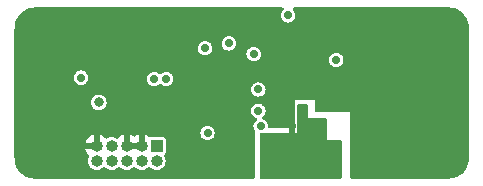
<source format=gbr>
%TF.GenerationSoftware,KiCad,Pcbnew,(6.0.1)*%
%TF.CreationDate,2023-01-10T16:42:07+03:00*%
%TF.ProjectId,STM32RF,53544d33-3252-4462-9e6b-696361645f70,0.1v*%
%TF.SameCoordinates,Original*%
%TF.FileFunction,Copper,L2,Inr*%
%TF.FilePolarity,Positive*%
%FSLAX46Y46*%
G04 Gerber Fmt 4.6, Leading zero omitted, Abs format (unit mm)*
G04 Created by KiCad (PCBNEW (6.0.1)) date 2023-01-10 16:42:07*
%MOMM*%
%LPD*%
G01*
G04 APERTURE LIST*
%TA.AperFunction,ComponentPad*%
%ADD10R,1.000000X1.000000*%
%TD*%
%TA.AperFunction,ComponentPad*%
%ADD11O,1.000000X1.000000*%
%TD*%
%TA.AperFunction,ViaPad*%
%ADD12C,0.800000*%
%TD*%
%TA.AperFunction,ViaPad*%
%ADD13C,0.700000*%
%TD*%
%TA.AperFunction,Conductor*%
%ADD14C,0.500000*%
%TD*%
G04 APERTURE END LIST*
D10*
%TO.N,+3V3*%
%TO.C,J3*%
X43200000Y-34200000D03*
D11*
%TO.N,SWDIO*%
X43200000Y-35470000D03*
%TO.N,GND*%
X41930000Y-34200000D03*
%TO.N,SWCLK*%
X41930000Y-35470000D03*
%TO.N,GND*%
X40660000Y-34200000D03*
%TO.N,unconnected-(J3-Pad6)*%
X40660000Y-35470000D03*
%TO.N,unconnected-(J3-Pad7)*%
X39390000Y-34200000D03*
%TO.N,unconnected-(J3-Pad8)*%
X39390000Y-35470000D03*
%TO.N,GND*%
X38120000Y-34200000D03*
%TO.N,NRST*%
X38120000Y-35470000D03*
%TD*%
D12*
%TO.N,+5V*%
X38300000Y-30500000D03*
D13*
%TO.N,+3V3*%
X47500000Y-33100000D03*
%TO.N,GND*%
X69300000Y-34400000D03*
X67387736Y-36199999D03*
X65400000Y-36200000D03*
X63000000Y-36200000D03*
X60200000Y-36200000D03*
X60200000Y-34300000D03*
X60200000Y-32200000D03*
X69200000Y-25000000D03*
X67400000Y-23000000D03*
X65400000Y-23000000D03*
X63000000Y-23000000D03*
X60200000Y-23000000D03*
X60200000Y-25000000D03*
D12*
X58000000Y-28200000D03*
D13*
X52700000Y-33500000D03*
X33700000Y-36300000D03*
X37850000Y-28750000D03*
X51000000Y-27200000D03*
X48000000Y-29400000D03*
X48000000Y-28300000D03*
X55400000Y-29600000D03*
X58200000Y-36200000D03*
X66100000Y-33800000D03*
X38000000Y-32700000D03*
X53320000Y-25120000D03*
X55400000Y-28600000D03*
X64300000Y-27200000D03*
X45612500Y-32087500D03*
X44600000Y-26300000D03*
X60200000Y-27700000D03*
X68400000Y-33800000D03*
X54200000Y-28600000D03*
X37000000Y-32700000D03*
X63200000Y-31900000D03*
X55875000Y-23225000D03*
X40500000Y-30500000D03*
X58300000Y-24200000D03*
X40700000Y-27100000D03*
X66100000Y-25600000D03*
X53000000Y-22800000D03*
X51800000Y-23900000D03*
X57200000Y-24200000D03*
X54200000Y-29600000D03*
X51900000Y-22800000D03*
X48000000Y-30500000D03*
X63200000Y-30900000D03*
X42200000Y-24700000D03*
X67900000Y-25600000D03*
X39400000Y-32700000D03*
X67000000Y-25600000D03*
X36800000Y-31800000D03*
X54660000Y-32500000D03*
X67400000Y-33800000D03*
X40800000Y-28100000D03*
X52900000Y-24100000D03*
%TO.N,+3V3*%
X47300000Y-25900000D03*
X54325000Y-23125000D03*
X44000000Y-28500000D03*
X52000000Y-32500000D03*
X58400000Y-26900000D03*
X51400000Y-26400000D03*
X43000000Y-28500000D03*
%TO.N,NRST*%
X49300000Y-25500000D03*
%TO.N,+5V*%
X36800000Y-28400000D03*
%TO.N,SPI3_SCK*%
X51800000Y-29400000D03*
X51800000Y-31200000D03*
%TD*%
D14*
%TO.N,GND*%
X54660000Y-32500000D02*
X54660000Y-33640000D01*
%TD*%
%TA.AperFunction,Conductor*%
%TO.N,GND*%
G36*
X55942121Y-30620002D02*
G01*
X55988614Y-30673658D01*
X56000000Y-30726000D01*
X56000000Y-31800000D01*
X57474000Y-31800000D01*
X57542121Y-31820002D01*
X57588614Y-31873658D01*
X57600000Y-31926000D01*
X57600000Y-33700000D01*
X58774000Y-33700000D01*
X58842121Y-33720002D01*
X58888614Y-33773658D01*
X58900000Y-33826000D01*
X58900000Y-36820000D01*
X58879998Y-36888121D01*
X58826342Y-36934614D01*
X58774000Y-36946000D01*
X52026000Y-36946000D01*
X51957879Y-36925998D01*
X51911386Y-36872342D01*
X51900000Y-36820000D01*
X51900000Y-33233380D01*
X51920002Y-33165259D01*
X51973658Y-33118766D01*
X52009553Y-33108458D01*
X52037243Y-33104813D01*
X52065612Y-33101078D01*
X52082058Y-33100000D01*
X55100000Y-33100000D01*
X55100000Y-30726000D01*
X55120002Y-30657879D01*
X55173658Y-30611386D01*
X55226000Y-30600000D01*
X55874000Y-30600000D01*
X55942121Y-30620002D01*
G37*
%TD.AperFunction*%
%TD*%
%TA.AperFunction,Conductor*%
%TO.N,GND*%
G36*
X53903403Y-22474002D02*
G01*
X53949896Y-22527658D01*
X53960000Y-22597932D01*
X53930506Y-22662512D01*
X53911987Y-22679961D01*
X53893866Y-22693866D01*
X53796970Y-22820142D01*
X53793810Y-22827772D01*
X53793809Y-22827773D01*
X53739219Y-22959566D01*
X53739218Y-22959570D01*
X53736060Y-22967194D01*
X53715284Y-23125000D01*
X53736060Y-23282806D01*
X53739218Y-23290430D01*
X53739219Y-23290434D01*
X53784296Y-23399260D01*
X53796970Y-23429858D01*
X53893866Y-23556134D01*
X54020142Y-23653030D01*
X54027772Y-23656190D01*
X54027773Y-23656191D01*
X54159566Y-23710781D01*
X54159570Y-23710782D01*
X54167194Y-23713940D01*
X54325000Y-23734716D01*
X54482806Y-23713940D01*
X54490430Y-23710782D01*
X54490434Y-23710781D01*
X54622227Y-23656191D01*
X54622228Y-23656190D01*
X54629858Y-23653030D01*
X54756134Y-23556134D01*
X54853030Y-23429858D01*
X54865704Y-23399260D01*
X54910781Y-23290434D01*
X54910782Y-23290430D01*
X54913940Y-23282806D01*
X54934716Y-23125000D01*
X54913940Y-22967194D01*
X54910782Y-22959570D01*
X54910781Y-22959566D01*
X54856191Y-22827773D01*
X54856190Y-22827772D01*
X54853030Y-22820142D01*
X54756134Y-22693866D01*
X54738014Y-22679962D01*
X54696147Y-22622624D01*
X54691925Y-22551753D01*
X54726689Y-22489851D01*
X54789402Y-22456569D01*
X54814718Y-22454000D01*
X67862575Y-22454000D01*
X67887153Y-22456421D01*
X67900000Y-22458976D01*
X67912171Y-22456555D01*
X67924581Y-22456555D01*
X67924581Y-22457198D01*
X67935326Y-22456527D01*
X68139491Y-22471129D01*
X68157285Y-22473687D01*
X68383101Y-22522810D01*
X68400350Y-22527875D01*
X68422295Y-22536060D01*
X68616877Y-22608635D01*
X68633226Y-22616102D01*
X68836049Y-22726852D01*
X68851173Y-22736571D01*
X69036176Y-22875063D01*
X69049762Y-22886836D01*
X69213164Y-23050238D01*
X69224937Y-23063824D01*
X69363429Y-23248827D01*
X69373148Y-23263951D01*
X69483898Y-23466774D01*
X69491367Y-23483127D01*
X69572125Y-23699650D01*
X69577190Y-23716899D01*
X69626313Y-23942715D01*
X69628871Y-23960509D01*
X69643473Y-24164674D01*
X69642802Y-24175419D01*
X69643445Y-24175419D01*
X69643445Y-24187829D01*
X69641024Y-24200000D01*
X69643445Y-24212170D01*
X69643579Y-24212844D01*
X69646000Y-24237425D01*
X69646000Y-35162575D01*
X69643579Y-35187153D01*
X69641024Y-35200000D01*
X69643445Y-35212171D01*
X69643445Y-35224581D01*
X69642802Y-35224581D01*
X69643473Y-35235326D01*
X69628871Y-35439491D01*
X69626313Y-35457285D01*
X69577190Y-35683101D01*
X69572125Y-35700350D01*
X69491367Y-35916873D01*
X69483898Y-35933226D01*
X69373148Y-36136049D01*
X69363431Y-36151170D01*
X69321847Y-36206720D01*
X69224937Y-36336176D01*
X69213164Y-36349762D01*
X69049762Y-36513164D01*
X69036176Y-36524937D01*
X68851173Y-36663429D01*
X68836049Y-36673148D01*
X68633226Y-36783898D01*
X68616877Y-36791365D01*
X68540104Y-36820000D01*
X68400350Y-36872125D01*
X68383101Y-36877190D01*
X68157285Y-36926313D01*
X68139491Y-36928871D01*
X67935326Y-36943473D01*
X67924581Y-36942802D01*
X67924581Y-36943445D01*
X67912171Y-36943445D01*
X67900000Y-36941024D01*
X67887153Y-36943579D01*
X67862575Y-36946000D01*
X59726000Y-36946000D01*
X59657879Y-36925998D01*
X59611386Y-36872342D01*
X59600000Y-36820000D01*
X59600000Y-31300000D01*
X56726000Y-31300000D01*
X56657879Y-31279998D01*
X56611386Y-31226342D01*
X56600000Y-31174000D01*
X56600000Y-30300000D01*
X54900000Y-30300000D01*
X54900000Y-32574000D01*
X54879998Y-32642121D01*
X54826342Y-32688614D01*
X54774000Y-32700000D01*
X52727061Y-32700000D01*
X52658940Y-32679998D01*
X52612447Y-32626342D01*
X52602139Y-32557554D01*
X52608638Y-32508189D01*
X52608638Y-32508188D01*
X52609716Y-32500000D01*
X52588940Y-32342194D01*
X52585782Y-32334570D01*
X52585781Y-32334566D01*
X52531191Y-32202773D01*
X52531190Y-32202772D01*
X52528030Y-32195142D01*
X52431134Y-32068866D01*
X52304858Y-31971970D01*
X52170138Y-31916168D01*
X52114856Y-31871620D01*
X52092435Y-31804257D01*
X52109993Y-31735466D01*
X52141650Y-31699798D01*
X52231134Y-31631134D01*
X52328030Y-31504858D01*
X52331191Y-31497227D01*
X52385781Y-31365434D01*
X52385782Y-31365430D01*
X52388940Y-31357806D01*
X52409716Y-31200000D01*
X52388940Y-31042194D01*
X52385782Y-31034570D01*
X52385781Y-31034566D01*
X52331191Y-30902773D01*
X52331190Y-30902772D01*
X52328030Y-30895142D01*
X52231134Y-30768866D01*
X52104858Y-30671970D01*
X52070373Y-30657686D01*
X51965434Y-30614219D01*
X51965430Y-30614218D01*
X51957806Y-30611060D01*
X51800000Y-30590284D01*
X51642194Y-30611060D01*
X51634570Y-30614218D01*
X51634566Y-30614219D01*
X51529627Y-30657686D01*
X51495142Y-30671970D01*
X51368866Y-30768866D01*
X51271970Y-30895142D01*
X51268810Y-30902772D01*
X51268809Y-30902773D01*
X51214219Y-31034566D01*
X51214218Y-31034570D01*
X51211060Y-31042194D01*
X51190284Y-31200000D01*
X51211060Y-31357806D01*
X51214218Y-31365430D01*
X51214219Y-31365434D01*
X51268809Y-31497227D01*
X51271970Y-31504858D01*
X51368866Y-31631134D01*
X51495142Y-31728030D01*
X51502772Y-31731190D01*
X51502773Y-31731191D01*
X51629862Y-31783832D01*
X51685144Y-31828380D01*
X51707565Y-31895743D01*
X51690007Y-31964534D01*
X51658350Y-32000202D01*
X51568866Y-32068866D01*
X51471970Y-32195142D01*
X51468810Y-32202772D01*
X51468809Y-32202773D01*
X51414219Y-32334566D01*
X51414218Y-32334570D01*
X51411060Y-32342194D01*
X51390284Y-32500000D01*
X51411060Y-32657806D01*
X51414218Y-32665430D01*
X51414219Y-32665434D01*
X51468809Y-32797227D01*
X51471970Y-32804858D01*
X51476998Y-32811411D01*
X51481127Y-32818562D01*
X51478780Y-32819917D01*
X51499563Y-32873674D01*
X51500000Y-32884158D01*
X51500000Y-36820000D01*
X51479998Y-36888121D01*
X51426342Y-36934614D01*
X51374000Y-36946000D01*
X32937425Y-36946000D01*
X32912847Y-36943579D01*
X32900000Y-36941024D01*
X32887829Y-36943445D01*
X32875419Y-36943445D01*
X32875419Y-36942802D01*
X32864674Y-36943473D01*
X32660509Y-36928871D01*
X32642715Y-36926313D01*
X32416899Y-36877190D01*
X32399650Y-36872125D01*
X32259896Y-36820000D01*
X32183123Y-36791365D01*
X32166774Y-36783898D01*
X31963951Y-36673148D01*
X31948827Y-36663429D01*
X31763824Y-36524937D01*
X31750238Y-36513164D01*
X31586836Y-36349762D01*
X31575063Y-36336176D01*
X31478153Y-36206720D01*
X31436569Y-36151170D01*
X31426852Y-36136049D01*
X31316102Y-35933226D01*
X31308633Y-35916873D01*
X31227875Y-35700350D01*
X31222810Y-35683101D01*
X31173687Y-35457285D01*
X31171129Y-35439491D01*
X31156527Y-35235326D01*
X31157198Y-35224581D01*
X31156555Y-35224581D01*
X31156555Y-35212171D01*
X31158976Y-35200000D01*
X31156421Y-35187153D01*
X31154000Y-35162575D01*
X31154000Y-34465975D01*
X37147601Y-34465975D01*
X37176552Y-34566941D01*
X37181067Y-34578345D01*
X37265794Y-34743207D01*
X37272435Y-34753512D01*
X37387568Y-34898772D01*
X37396091Y-34907598D01*
X37433947Y-34939816D01*
X37472860Y-34999199D01*
X37473491Y-35070193D01*
X37458195Y-35104026D01*
X37439909Y-35132400D01*
X37437498Y-35139025D01*
X37384425Y-35284840D01*
X37384424Y-35284845D01*
X37382015Y-35291463D01*
X37360800Y-35459399D01*
X37377318Y-35627862D01*
X37430748Y-35788479D01*
X37518435Y-35933267D01*
X37523326Y-35938332D01*
X37523327Y-35938333D01*
X37547062Y-35962911D01*
X37636021Y-36055031D01*
X37777660Y-36147717D01*
X37936315Y-36206720D01*
X37943296Y-36207651D01*
X37943298Y-36207652D01*
X38097118Y-36228176D01*
X38097122Y-36228176D01*
X38104099Y-36229107D01*
X38111110Y-36228469D01*
X38111114Y-36228469D01*
X38265652Y-36214405D01*
X38272673Y-36213766D01*
X38433659Y-36161458D01*
X38579056Y-36074784D01*
X38668712Y-35989406D01*
X38731836Y-35956915D01*
X38802507Y-35963708D01*
X38846240Y-35993126D01*
X38906021Y-36055031D01*
X39047660Y-36147717D01*
X39206315Y-36206720D01*
X39213296Y-36207651D01*
X39213298Y-36207652D01*
X39367118Y-36228176D01*
X39367122Y-36228176D01*
X39374099Y-36229107D01*
X39381110Y-36228469D01*
X39381114Y-36228469D01*
X39535652Y-36214405D01*
X39542673Y-36213766D01*
X39703659Y-36161458D01*
X39849056Y-36074784D01*
X39938712Y-35989406D01*
X40001836Y-35956915D01*
X40072507Y-35963708D01*
X40116240Y-35993126D01*
X40176021Y-36055031D01*
X40317660Y-36147717D01*
X40476315Y-36206720D01*
X40483296Y-36207651D01*
X40483298Y-36207652D01*
X40637118Y-36228176D01*
X40637122Y-36228176D01*
X40644099Y-36229107D01*
X40651110Y-36228469D01*
X40651114Y-36228469D01*
X40805652Y-36214405D01*
X40812673Y-36213766D01*
X40973659Y-36161458D01*
X41119056Y-36074784D01*
X41208712Y-35989406D01*
X41271836Y-35956915D01*
X41342507Y-35963708D01*
X41386240Y-35993126D01*
X41446021Y-36055031D01*
X41587660Y-36147717D01*
X41746315Y-36206720D01*
X41753296Y-36207651D01*
X41753298Y-36207652D01*
X41907118Y-36228176D01*
X41907122Y-36228176D01*
X41914099Y-36229107D01*
X41921110Y-36228469D01*
X41921114Y-36228469D01*
X42075652Y-36214405D01*
X42082673Y-36213766D01*
X42243659Y-36161458D01*
X42389056Y-36074784D01*
X42478712Y-35989406D01*
X42541836Y-35956915D01*
X42612507Y-35963708D01*
X42656240Y-35993126D01*
X42716021Y-36055031D01*
X42857660Y-36147717D01*
X43016315Y-36206720D01*
X43023296Y-36207651D01*
X43023298Y-36207652D01*
X43177118Y-36228176D01*
X43177122Y-36228176D01*
X43184099Y-36229107D01*
X43191110Y-36228469D01*
X43191114Y-36228469D01*
X43345652Y-36214405D01*
X43352673Y-36213766D01*
X43513659Y-36161458D01*
X43659056Y-36074784D01*
X43781638Y-35958052D01*
X43785539Y-35952181D01*
X43871410Y-35822935D01*
X43871411Y-35822933D01*
X43875311Y-35817063D01*
X43935420Y-35658824D01*
X43958978Y-35491200D01*
X43959274Y-35470000D01*
X43940406Y-35301784D01*
X43884738Y-35141929D01*
X43853538Y-35091998D01*
X43835203Y-35062656D01*
X43816067Y-34994286D01*
X43836932Y-34926425D01*
X43872053Y-34891122D01*
X43873168Y-34890377D01*
X43883484Y-34883484D01*
X43939734Y-34799301D01*
X43954500Y-34725067D01*
X43954499Y-33674934D01*
X43945170Y-33628030D01*
X43942156Y-33612874D01*
X43942155Y-33612872D01*
X43939734Y-33600699D01*
X43898341Y-33538750D01*
X43890377Y-33526832D01*
X43883484Y-33516516D01*
X43799301Y-33460266D01*
X43725067Y-33445500D01*
X43200213Y-33445500D01*
X42674934Y-33445501D01*
X42668863Y-33446708D01*
X42662703Y-33447315D01*
X42662475Y-33445003D01*
X42602080Y-33439603D01*
X42567889Y-33419433D01*
X42501145Y-33364217D01*
X42490973Y-33357356D01*
X42327924Y-33269196D01*
X42316619Y-33264444D01*
X42201308Y-33228750D01*
X42187205Y-33228544D01*
X42184000Y-33235299D01*
X42184000Y-34328000D01*
X42163998Y-34396121D01*
X42110342Y-34442614D01*
X42058000Y-34454000D01*
X40532000Y-34454000D01*
X40463879Y-34433998D01*
X40417386Y-34380342D01*
X40406000Y-34328000D01*
X40406000Y-33927885D01*
X40914000Y-33927885D01*
X40918475Y-33943124D01*
X40919865Y-33944329D01*
X40927548Y-33946000D01*
X41657885Y-33946000D01*
X41673124Y-33941525D01*
X41674329Y-33940135D01*
X41676000Y-33932452D01*
X41676000Y-33242076D01*
X41672027Y-33228545D01*
X41664232Y-33227425D01*
X41556479Y-33259138D01*
X41545111Y-33263731D01*
X41380846Y-33349607D01*
X41365426Y-33359697D01*
X41364095Y-33357663D01*
X41308357Y-33380653D01*
X41238508Y-33367943D01*
X41224617Y-33359814D01*
X41220971Y-33357355D01*
X41057924Y-33269196D01*
X41046619Y-33264444D01*
X40931308Y-33228750D01*
X40917205Y-33228544D01*
X40914000Y-33235299D01*
X40914000Y-33927885D01*
X40406000Y-33927885D01*
X40406000Y-33242076D01*
X40402027Y-33228545D01*
X40394232Y-33227425D01*
X40286479Y-33259138D01*
X40275111Y-33263731D01*
X40110846Y-33349607D01*
X40100585Y-33356321D01*
X39956127Y-33472468D01*
X39947368Y-33481046D01*
X39920256Y-33513356D01*
X39861146Y-33552683D01*
X39790158Y-33553809D01*
X39756220Y-33538750D01*
X39737440Y-33526832D01*
X39722844Y-33517569D01*
X39695442Y-33507812D01*
X39570016Y-33463149D01*
X39570011Y-33463148D01*
X39563381Y-33460787D01*
X39556395Y-33459954D01*
X39556391Y-33459953D01*
X39431010Y-33445003D01*
X39395301Y-33440745D01*
X39388298Y-33441481D01*
X39388297Y-33441481D01*
X39233965Y-33457701D01*
X39233961Y-33457702D01*
X39226957Y-33458438D01*
X39220286Y-33460709D01*
X39073387Y-33510717D01*
X39073384Y-33510718D01*
X39066717Y-33512988D01*
X39060714Y-33516681D01*
X39060712Y-33516682D01*
X39023334Y-33539676D01*
X38954833Y-33558334D01*
X38887119Y-33536994D01*
X38859670Y-33511994D01*
X38842603Y-33491067D01*
X38833959Y-33482363D01*
X38691144Y-33364216D01*
X38680973Y-33357356D01*
X38517924Y-33269196D01*
X38506619Y-33264444D01*
X38391308Y-33228750D01*
X38377205Y-33228544D01*
X38374000Y-33235299D01*
X38374000Y-34328000D01*
X38353998Y-34396121D01*
X38300342Y-34442614D01*
X38248000Y-34454000D01*
X37162282Y-34454000D01*
X37148751Y-34457973D01*
X37147601Y-34465975D01*
X31154000Y-34465975D01*
X31154000Y-33942831D01*
X37148202Y-33942831D01*
X37154763Y-33946000D01*
X37847885Y-33946000D01*
X37863124Y-33941525D01*
X37864329Y-33940135D01*
X37866000Y-33932452D01*
X37866000Y-33242076D01*
X37862027Y-33228545D01*
X37854232Y-33227425D01*
X37746479Y-33259138D01*
X37735111Y-33263731D01*
X37570846Y-33349607D01*
X37560585Y-33356321D01*
X37416127Y-33472468D01*
X37407368Y-33481046D01*
X37288222Y-33623039D01*
X37281292Y-33633159D01*
X37191998Y-33795585D01*
X37187166Y-33806858D01*
X37148506Y-33928731D01*
X37148202Y-33942831D01*
X31154000Y-33942831D01*
X31154000Y-33100000D01*
X46890284Y-33100000D01*
X46911060Y-33257806D01*
X46914218Y-33265430D01*
X46914219Y-33265434D01*
X46961944Y-33380653D01*
X46971970Y-33404858D01*
X46976997Y-33411409D01*
X46976998Y-33411411D01*
X47030432Y-33481046D01*
X47068866Y-33531134D01*
X47075416Y-33536160D01*
X47175391Y-33612874D01*
X47195142Y-33628030D01*
X47202772Y-33631190D01*
X47202773Y-33631191D01*
X47334566Y-33685781D01*
X47334570Y-33685782D01*
X47342194Y-33688940D01*
X47500000Y-33709716D01*
X47657806Y-33688940D01*
X47665430Y-33685782D01*
X47665434Y-33685781D01*
X47797227Y-33631191D01*
X47797228Y-33631190D01*
X47804858Y-33628030D01*
X47824610Y-33612874D01*
X47924584Y-33536160D01*
X47931134Y-33531134D01*
X47969568Y-33481046D01*
X48023002Y-33411411D01*
X48023003Y-33411409D01*
X48028030Y-33404858D01*
X48038056Y-33380653D01*
X48085781Y-33265434D01*
X48085782Y-33265430D01*
X48088940Y-33257806D01*
X48109716Y-33100000D01*
X48088940Y-32942194D01*
X48085782Y-32934570D01*
X48085781Y-32934566D01*
X48031191Y-32802773D01*
X48031190Y-32802772D01*
X48028030Y-32795142D01*
X47931134Y-32668866D01*
X47804858Y-32571970D01*
X47797227Y-32568809D01*
X47665434Y-32514219D01*
X47665430Y-32514218D01*
X47657806Y-32511060D01*
X47500000Y-32490284D01*
X47342194Y-32511060D01*
X47334570Y-32514218D01*
X47334566Y-32514219D01*
X47202773Y-32568809D01*
X47195142Y-32571970D01*
X47068866Y-32668866D01*
X46971970Y-32795142D01*
X46968810Y-32802772D01*
X46968809Y-32802773D01*
X46914219Y-32934566D01*
X46914218Y-32934570D01*
X46911060Y-32942194D01*
X46890284Y-33100000D01*
X31154000Y-33100000D01*
X31154000Y-30493096D01*
X37640729Y-30493096D01*
X37649421Y-30571825D01*
X37654102Y-30614219D01*
X37658113Y-30650553D01*
X37660723Y-30657684D01*
X37660723Y-30657686D01*
X37703806Y-30775416D01*
X37712553Y-30799319D01*
X37800908Y-30930805D01*
X37806527Y-30935918D01*
X37806528Y-30935919D01*
X37817903Y-30946269D01*
X37918076Y-31037419D01*
X38057293Y-31113008D01*
X38210522Y-31153207D01*
X38294477Y-31154526D01*
X38361319Y-31155576D01*
X38361322Y-31155576D01*
X38368916Y-31155695D01*
X38523332Y-31120329D01*
X38593742Y-31084917D01*
X38658072Y-31052563D01*
X38658075Y-31052561D01*
X38664855Y-31049151D01*
X38670626Y-31044222D01*
X38670629Y-31044220D01*
X38779536Y-30951204D01*
X38779536Y-30951203D01*
X38785314Y-30946269D01*
X38877755Y-30817624D01*
X38936842Y-30670641D01*
X38959162Y-30513807D01*
X38959307Y-30500000D01*
X38940276Y-30342733D01*
X38884280Y-30194546D01*
X38794553Y-30063992D01*
X38676275Y-29958611D01*
X38668889Y-29954700D01*
X38542988Y-29888039D01*
X38542989Y-29888039D01*
X38536274Y-29884484D01*
X38382633Y-29845892D01*
X38375034Y-29845852D01*
X38375033Y-29845852D01*
X38309181Y-29845507D01*
X38224221Y-29845062D01*
X38216841Y-29846834D01*
X38216839Y-29846834D01*
X38077563Y-29880271D01*
X38077560Y-29880272D01*
X38070184Y-29882043D01*
X37929414Y-29954700D01*
X37810039Y-30058838D01*
X37718950Y-30188444D01*
X37661406Y-30336037D01*
X37640729Y-30493096D01*
X31154000Y-30493096D01*
X31154000Y-29400000D01*
X51190284Y-29400000D01*
X51211060Y-29557806D01*
X51214218Y-29565430D01*
X51214219Y-29565434D01*
X51268809Y-29697227D01*
X51271970Y-29704858D01*
X51368866Y-29831134D01*
X51375416Y-29836160D01*
X51439748Y-29885524D01*
X51495142Y-29928030D01*
X51502772Y-29931190D01*
X51502773Y-29931191D01*
X51634566Y-29985781D01*
X51634570Y-29985782D01*
X51642194Y-29988940D01*
X51800000Y-30009716D01*
X51957806Y-29988940D01*
X51965430Y-29985782D01*
X51965434Y-29985781D01*
X52097227Y-29931191D01*
X52097228Y-29931190D01*
X52104858Y-29928030D01*
X52160253Y-29885524D01*
X52224584Y-29836160D01*
X52231134Y-29831134D01*
X52328030Y-29704858D01*
X52331191Y-29697227D01*
X52385781Y-29565434D01*
X52385782Y-29565430D01*
X52388940Y-29557806D01*
X52409716Y-29400000D01*
X52388940Y-29242194D01*
X52385782Y-29234570D01*
X52385781Y-29234566D01*
X52331191Y-29102773D01*
X52331190Y-29102772D01*
X52328030Y-29095142D01*
X52272675Y-29023002D01*
X52236160Y-28975416D01*
X52231134Y-28968866D01*
X52188511Y-28936160D01*
X52111411Y-28876998D01*
X52111409Y-28876997D01*
X52104858Y-28871970D01*
X52097227Y-28868809D01*
X51965434Y-28814219D01*
X51965430Y-28814218D01*
X51957806Y-28811060D01*
X51800000Y-28790284D01*
X51642194Y-28811060D01*
X51634570Y-28814218D01*
X51634566Y-28814219D01*
X51502773Y-28868809D01*
X51495142Y-28871970D01*
X51488591Y-28876997D01*
X51488589Y-28876998D01*
X51411489Y-28936160D01*
X51368866Y-28968866D01*
X51363840Y-28975416D01*
X51327326Y-29023002D01*
X51271970Y-29095142D01*
X51268810Y-29102772D01*
X51268809Y-29102773D01*
X51214219Y-29234566D01*
X51214218Y-29234570D01*
X51211060Y-29242194D01*
X51190284Y-29400000D01*
X31154000Y-29400000D01*
X31154000Y-28400000D01*
X36190284Y-28400000D01*
X36211060Y-28557806D01*
X36214218Y-28565430D01*
X36214219Y-28565434D01*
X36255640Y-28665434D01*
X36271970Y-28704858D01*
X36276997Y-28711409D01*
X36276998Y-28711411D01*
X36352636Y-28809983D01*
X36368866Y-28831134D01*
X36375416Y-28836160D01*
X36428637Y-28876998D01*
X36495142Y-28928030D01*
X36502772Y-28931190D01*
X36502773Y-28931191D01*
X36634566Y-28985781D01*
X36634570Y-28985782D01*
X36642194Y-28988940D01*
X36800000Y-29009716D01*
X36957806Y-28988940D01*
X36965430Y-28985782D01*
X36965434Y-28985781D01*
X37097227Y-28931191D01*
X37097228Y-28931190D01*
X37104858Y-28928030D01*
X37171364Y-28876998D01*
X37224584Y-28836160D01*
X37231134Y-28831134D01*
X37247364Y-28809983D01*
X37323002Y-28711411D01*
X37323003Y-28711409D01*
X37328030Y-28704858D01*
X37344360Y-28665434D01*
X37385781Y-28565434D01*
X37385782Y-28565430D01*
X37388940Y-28557806D01*
X37396550Y-28500000D01*
X42390284Y-28500000D01*
X42411060Y-28657806D01*
X42414218Y-28665430D01*
X42414219Y-28665434D01*
X42465933Y-28790284D01*
X42471970Y-28804858D01*
X42476997Y-28811409D01*
X42476998Y-28811411D01*
X42553836Y-28911547D01*
X42568866Y-28931134D01*
X42575416Y-28936160D01*
X42640083Y-28985781D01*
X42695142Y-29028030D01*
X42702772Y-29031190D01*
X42702773Y-29031191D01*
X42834566Y-29085781D01*
X42834570Y-29085782D01*
X42842194Y-29088940D01*
X43000000Y-29109716D01*
X43157806Y-29088940D01*
X43165430Y-29085782D01*
X43165434Y-29085781D01*
X43297227Y-29031191D01*
X43297228Y-29031190D01*
X43304858Y-29028030D01*
X43423298Y-28937147D01*
X43489515Y-28911547D01*
X43559064Y-28925811D01*
X43576696Y-28937142D01*
X43695142Y-29028030D01*
X43702772Y-29031190D01*
X43702773Y-29031191D01*
X43834566Y-29085781D01*
X43834570Y-29085782D01*
X43842194Y-29088940D01*
X44000000Y-29109716D01*
X44157806Y-29088940D01*
X44165430Y-29085782D01*
X44165434Y-29085781D01*
X44297227Y-29031191D01*
X44297228Y-29031190D01*
X44304858Y-29028030D01*
X44359918Y-28985781D01*
X44424584Y-28936160D01*
X44431134Y-28931134D01*
X44446164Y-28911547D01*
X44523002Y-28811411D01*
X44523003Y-28811409D01*
X44528030Y-28804858D01*
X44534067Y-28790284D01*
X44585781Y-28665434D01*
X44585782Y-28665430D01*
X44588940Y-28657806D01*
X44609716Y-28500000D01*
X44588940Y-28342194D01*
X44585782Y-28334570D01*
X44585781Y-28334566D01*
X44531191Y-28202773D01*
X44531190Y-28202772D01*
X44528030Y-28195142D01*
X44451297Y-28095142D01*
X44436160Y-28075416D01*
X44431134Y-28068866D01*
X44304858Y-27971970D01*
X44297227Y-27968809D01*
X44165434Y-27914219D01*
X44165430Y-27914218D01*
X44157806Y-27911060D01*
X44000000Y-27890284D01*
X43842194Y-27911060D01*
X43834570Y-27914218D01*
X43834566Y-27914219D01*
X43702773Y-27968809D01*
X43695142Y-27971970D01*
X43576702Y-28062853D01*
X43510485Y-28088453D01*
X43440936Y-28074189D01*
X43423304Y-28062858D01*
X43304858Y-27971970D01*
X43297227Y-27968809D01*
X43165434Y-27914219D01*
X43165430Y-27914218D01*
X43157806Y-27911060D01*
X43000000Y-27890284D01*
X42842194Y-27911060D01*
X42834570Y-27914218D01*
X42834566Y-27914219D01*
X42702773Y-27968809D01*
X42695142Y-27971970D01*
X42568866Y-28068866D01*
X42563840Y-28075416D01*
X42548704Y-28095142D01*
X42471970Y-28195142D01*
X42468810Y-28202772D01*
X42468809Y-28202773D01*
X42414219Y-28334566D01*
X42414218Y-28334570D01*
X42411060Y-28342194D01*
X42390284Y-28500000D01*
X37396550Y-28500000D01*
X37409716Y-28400000D01*
X37388940Y-28242194D01*
X37385782Y-28234570D01*
X37385781Y-28234566D01*
X37331191Y-28102773D01*
X37331190Y-28102772D01*
X37328030Y-28095142D01*
X37322898Y-28088453D01*
X37236160Y-27975416D01*
X37231134Y-27968866D01*
X37211696Y-27953950D01*
X37111411Y-27876998D01*
X37111409Y-27876997D01*
X37104858Y-27871970D01*
X37097227Y-27868809D01*
X36965434Y-27814219D01*
X36965430Y-27814218D01*
X36957806Y-27811060D01*
X36800000Y-27790284D01*
X36642194Y-27811060D01*
X36634570Y-27814218D01*
X36634566Y-27814219D01*
X36502773Y-27868809D01*
X36495142Y-27871970D01*
X36488591Y-27876997D01*
X36488589Y-27876998D01*
X36388304Y-27953950D01*
X36368866Y-27968866D01*
X36363840Y-27975416D01*
X36277103Y-28088453D01*
X36271970Y-28095142D01*
X36268810Y-28102772D01*
X36268809Y-28102773D01*
X36214219Y-28234566D01*
X36214218Y-28234570D01*
X36211060Y-28242194D01*
X36190284Y-28400000D01*
X31154000Y-28400000D01*
X31154000Y-25900000D01*
X46690284Y-25900000D01*
X46711060Y-26057806D01*
X46714218Y-26065430D01*
X46714219Y-26065434D01*
X46732115Y-26108638D01*
X46771970Y-26204858D01*
X46776997Y-26211409D01*
X46776998Y-26211411D01*
X46852636Y-26309983D01*
X46868866Y-26331134D01*
X46875416Y-26336160D01*
X46969284Y-26408188D01*
X46995142Y-26428030D01*
X47002772Y-26431190D01*
X47002773Y-26431191D01*
X47134566Y-26485781D01*
X47134570Y-26485782D01*
X47142194Y-26488940D01*
X47300000Y-26509716D01*
X47457806Y-26488940D01*
X47465430Y-26485782D01*
X47465434Y-26485781D01*
X47597227Y-26431191D01*
X47597228Y-26431190D01*
X47604858Y-26428030D01*
X47630717Y-26408188D01*
X47641388Y-26400000D01*
X50790284Y-26400000D01*
X50811060Y-26557806D01*
X50814218Y-26565430D01*
X50814219Y-26565434D01*
X50868809Y-26697227D01*
X50871970Y-26704858D01*
X50968866Y-26831134D01*
X50975416Y-26836160D01*
X51069284Y-26908188D01*
X51095142Y-26928030D01*
X51102772Y-26931190D01*
X51102773Y-26931191D01*
X51234566Y-26985781D01*
X51234570Y-26985782D01*
X51242194Y-26988940D01*
X51400000Y-27009716D01*
X51557806Y-26988940D01*
X51565430Y-26985782D01*
X51565434Y-26985781D01*
X51697227Y-26931191D01*
X51697228Y-26931190D01*
X51704858Y-26928030D01*
X51730717Y-26908188D01*
X51741388Y-26900000D01*
X57790284Y-26900000D01*
X57811060Y-27057806D01*
X57814218Y-27065430D01*
X57814219Y-27065434D01*
X57868809Y-27197227D01*
X57871970Y-27204858D01*
X57968866Y-27331134D01*
X58095142Y-27428030D01*
X58102772Y-27431190D01*
X58102773Y-27431191D01*
X58234566Y-27485781D01*
X58234570Y-27485782D01*
X58242194Y-27488940D01*
X58400000Y-27509716D01*
X58557806Y-27488940D01*
X58565430Y-27485782D01*
X58565434Y-27485781D01*
X58697227Y-27431191D01*
X58697228Y-27431190D01*
X58704858Y-27428030D01*
X58831134Y-27331134D01*
X58928030Y-27204858D01*
X58931191Y-27197227D01*
X58985781Y-27065434D01*
X58985782Y-27065430D01*
X58988940Y-27057806D01*
X59009716Y-26900000D01*
X58988940Y-26742194D01*
X58985782Y-26734570D01*
X58985781Y-26734566D01*
X58931191Y-26602773D01*
X58931190Y-26602772D01*
X58928030Y-26595142D01*
X58861653Y-26508638D01*
X58836160Y-26475416D01*
X58831134Y-26468866D01*
X58811696Y-26453950D01*
X58711411Y-26376998D01*
X58711409Y-26376997D01*
X58704858Y-26371970D01*
X58697227Y-26368809D01*
X58565434Y-26314219D01*
X58565430Y-26314218D01*
X58557806Y-26311060D01*
X58400000Y-26290284D01*
X58242194Y-26311060D01*
X58234570Y-26314218D01*
X58234566Y-26314219D01*
X58102773Y-26368809D01*
X58095142Y-26371970D01*
X58088591Y-26376997D01*
X58088589Y-26376998D01*
X57988304Y-26453950D01*
X57968866Y-26468866D01*
X57963840Y-26475416D01*
X57938348Y-26508638D01*
X57871970Y-26595142D01*
X57868810Y-26602772D01*
X57868809Y-26602773D01*
X57814219Y-26734566D01*
X57814218Y-26734570D01*
X57811060Y-26742194D01*
X57790284Y-26900000D01*
X51741388Y-26900000D01*
X51824584Y-26836160D01*
X51831134Y-26831134D01*
X51928030Y-26704858D01*
X51931191Y-26697227D01*
X51985781Y-26565434D01*
X51985782Y-26565430D01*
X51988940Y-26557806D01*
X52009716Y-26400000D01*
X51988940Y-26242194D01*
X51985782Y-26234570D01*
X51985781Y-26234566D01*
X51931191Y-26102773D01*
X51931190Y-26102772D01*
X51928030Y-26095142D01*
X51872675Y-26023002D01*
X51836160Y-25975416D01*
X51831134Y-25968866D01*
X51741387Y-25900000D01*
X51711411Y-25876998D01*
X51711409Y-25876997D01*
X51704858Y-25871970D01*
X51697227Y-25868809D01*
X51565434Y-25814219D01*
X51565430Y-25814218D01*
X51557806Y-25811060D01*
X51400000Y-25790284D01*
X51242194Y-25811060D01*
X51234570Y-25814218D01*
X51234566Y-25814219D01*
X51102773Y-25868809D01*
X51095142Y-25871970D01*
X51088591Y-25876997D01*
X51088589Y-25876998D01*
X51058613Y-25900000D01*
X50968866Y-25968866D01*
X50963840Y-25975416D01*
X50927326Y-26023002D01*
X50871970Y-26095142D01*
X50868810Y-26102772D01*
X50868809Y-26102773D01*
X50814219Y-26234566D01*
X50814218Y-26234570D01*
X50811060Y-26242194D01*
X50790284Y-26400000D01*
X47641388Y-26400000D01*
X47724584Y-26336160D01*
X47731134Y-26331134D01*
X47747364Y-26309983D01*
X47823002Y-26211411D01*
X47823003Y-26211409D01*
X47828030Y-26204858D01*
X47867885Y-26108638D01*
X47885781Y-26065434D01*
X47885782Y-26065430D01*
X47888940Y-26057806D01*
X47909716Y-25900000D01*
X47888940Y-25742194D01*
X47885782Y-25734570D01*
X47885781Y-25734566D01*
X47831191Y-25602773D01*
X47831190Y-25602772D01*
X47828030Y-25595142D01*
X47755024Y-25500000D01*
X48690284Y-25500000D01*
X48711060Y-25657806D01*
X48714218Y-25665430D01*
X48714219Y-25665434D01*
X48746014Y-25742194D01*
X48771970Y-25804858D01*
X48776997Y-25811409D01*
X48776998Y-25811411D01*
X48838693Y-25891812D01*
X48868866Y-25931134D01*
X48995142Y-26028030D01*
X49002772Y-26031190D01*
X49002773Y-26031191D01*
X49134566Y-26085781D01*
X49134570Y-26085782D01*
X49142194Y-26088940D01*
X49300000Y-26109716D01*
X49457806Y-26088940D01*
X49465430Y-26085782D01*
X49465434Y-26085781D01*
X49597227Y-26031191D01*
X49597228Y-26031190D01*
X49604858Y-26028030D01*
X49731134Y-25931134D01*
X49761307Y-25891812D01*
X49823002Y-25811411D01*
X49823003Y-25811409D01*
X49828030Y-25804858D01*
X49853986Y-25742194D01*
X49885781Y-25665434D01*
X49885782Y-25665430D01*
X49888940Y-25657806D01*
X49909716Y-25500000D01*
X49888940Y-25342194D01*
X49885782Y-25334570D01*
X49885781Y-25334566D01*
X49831191Y-25202773D01*
X49831190Y-25202772D01*
X49828030Y-25195142D01*
X49731134Y-25068866D01*
X49604858Y-24971970D01*
X49597227Y-24968809D01*
X49465434Y-24914219D01*
X49465430Y-24914218D01*
X49457806Y-24911060D01*
X49300000Y-24890284D01*
X49142194Y-24911060D01*
X49134570Y-24914218D01*
X49134566Y-24914219D01*
X49002773Y-24968809D01*
X48995142Y-24971970D01*
X48868866Y-25068866D01*
X48771970Y-25195142D01*
X48768810Y-25202772D01*
X48768809Y-25202773D01*
X48714219Y-25334566D01*
X48714218Y-25334570D01*
X48711060Y-25342194D01*
X48690284Y-25500000D01*
X47755024Y-25500000D01*
X47731134Y-25468866D01*
X47604858Y-25371970D01*
X47552730Y-25350378D01*
X47465434Y-25314219D01*
X47465430Y-25314218D01*
X47457806Y-25311060D01*
X47300000Y-25290284D01*
X47142194Y-25311060D01*
X47134570Y-25314218D01*
X47134566Y-25314219D01*
X47047270Y-25350378D01*
X46995142Y-25371970D01*
X46868866Y-25468866D01*
X46771970Y-25595142D01*
X46768810Y-25602772D01*
X46768809Y-25602773D01*
X46714219Y-25734566D01*
X46714218Y-25734570D01*
X46711060Y-25742194D01*
X46690284Y-25900000D01*
X31154000Y-25900000D01*
X31154000Y-24237425D01*
X31156421Y-24212844D01*
X31156555Y-24212170D01*
X31158976Y-24200000D01*
X31156555Y-24187829D01*
X31156555Y-24175419D01*
X31157198Y-24175419D01*
X31156527Y-24164674D01*
X31171129Y-23960509D01*
X31173687Y-23942715D01*
X31222810Y-23716899D01*
X31227875Y-23699650D01*
X31308633Y-23483127D01*
X31316102Y-23466774D01*
X31426852Y-23263951D01*
X31436571Y-23248827D01*
X31575063Y-23063824D01*
X31586836Y-23050238D01*
X31750238Y-22886836D01*
X31763824Y-22875063D01*
X31948827Y-22736571D01*
X31963951Y-22726852D01*
X32166774Y-22616102D01*
X32183123Y-22608635D01*
X32377705Y-22536060D01*
X32399650Y-22527875D01*
X32416899Y-22522810D01*
X32642715Y-22473687D01*
X32660509Y-22471129D01*
X32864674Y-22456527D01*
X32875419Y-22457198D01*
X32875419Y-22456555D01*
X32887829Y-22456555D01*
X32900000Y-22458976D01*
X32912847Y-22456421D01*
X32937425Y-22454000D01*
X53835282Y-22454000D01*
X53903403Y-22474002D01*
G37*
%TD.AperFunction*%
%TD*%
M02*

</source>
